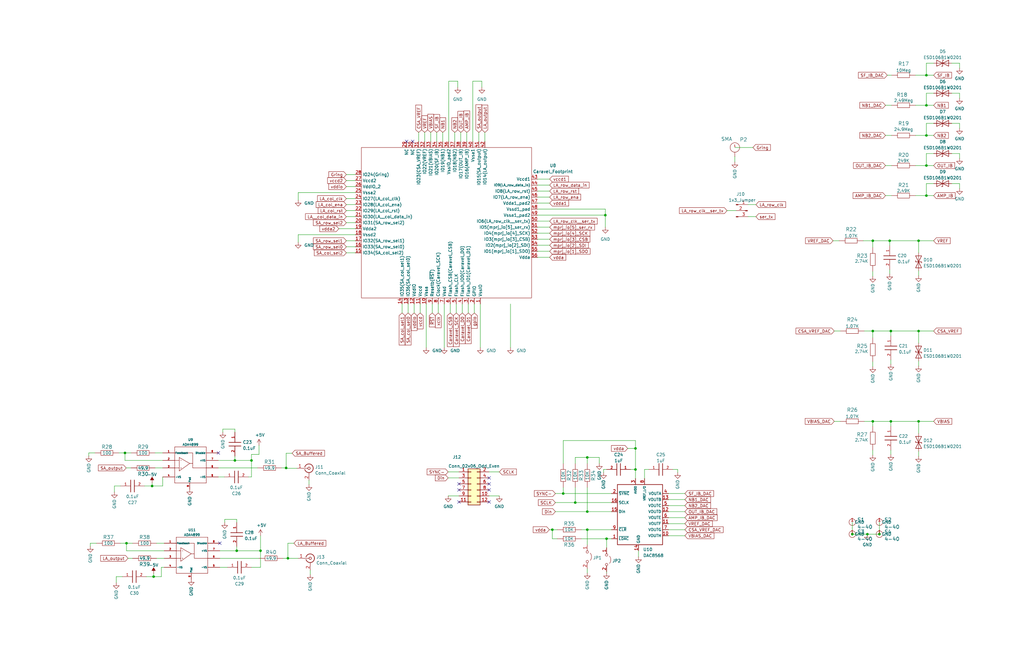
<source format=kicad_sch>
(kicad_sch (version 20230121) (generator eeschema)
  (paper "B")
  (title_block (date "2023-02-15"))
  (junction (at 390.652 69.85))
  (junction (at 267.97 198.12))
  (junction (at 390.652 44.45))
  (junction (at 52.705 191.135))
  (junction (at 106.045 194.31))
  (junction (at 120.65 197.485))
  (junction (at 375.666 177.8))
  (junction (at 390.652 82.55))
  (junction (at 368.046 101.6))
  (junction (at 359.41 225.425))
  (junction (at 267.97 189.23))
  (junction (at 242.57 212.09))
  (junction (at 64.135 205.105))
  (junction (at 368.046 177.8))
  (junction (at 368.046 139.7))
  (junction (at 390.652 31.75))
  (junction (at 387.35 139.7))
  (junction (at 99.06 194.31))
  (junction (at 365.76 225.425))
  (junction (at 121.412 235.585))
  (junction (at 64.77 243.332))
  (junction (at 237.49 208.28))
  (junction (at 255.27 90.805))
  (junction (at 53.34 229.235))
  (junction (at 375.158 101.6))
  (junction (at 387.35 177.8))
  (junction (at 247.65 223.52))
  (junction (at 99.822 232.41))
  (junction (at 109.855 232.41))
  (junction (at 387.35 101.6))
  (junction (at 232.918 223.52))
  (junction (at 375.666 139.7))
  (junction (at 247.65 193.04))
  (junction (at 390.652 57.15))
  (junction (at 247.65 215.9))
  (junction (at 370.84 225.425))
  (junction (at 255.778 227.33))
  (no_connect (at 92.075 191.135))
  (no_connect (at 92.71 229.235))
  (no_connect (at 171.45 59.69))
  (no_connect (at 206.248 211.836))
  (no_connect (at 193.548 211.836))
  (no_connect (at 173.99 59.69))
  (no_connect (at 193.548 206.756))
  (no_connect (at 193.548 204.216))
  (no_connect (at 206.248 201.676))
  (no_connect (at 206.248 204.216))
  (no_connect (at 206.248 206.756))
  (wire (pts (xy 118.745 197.485) (xy 120.65 197.485)))
  (wire (pts (xy 37.465 192.405) (xy 37.465 191.135)))
  (wire (pts (xy 64.77 242.062) (xy 64.77 243.332)))
  (wire (pts (xy 285.75 198.12) (xy 283.718 198.12)))
  (wire (pts (xy 375.666 177.8) (xy 375.666 179.832)))
  (wire (pts (xy 404.622 77.47) (xy 401.32 77.47)))
  (wire (pts (xy 390.652 31.75) (xy 393.7 31.75)))
  (wire (pts (xy 245.11 227.33) (xy 255.778 227.33)))
  (wire (pts (xy 53.975 235.585) (xy 55.88 235.585)))
  (wire (pts (xy 194.945 128.27) (xy 194.945 132.08)))
  (wire (pts (xy 106.045 194.31) (xy 106.045 201.295)))
  (wire (pts (xy 242.57 193.04) (xy 242.57 195.58)))
  (wire (pts (xy 390.652 26.67) (xy 390.652 31.75)))
  (wire (pts (xy 252.73 193.04) (xy 247.65 193.04)))
  (wire (pts (xy 146.05 93.98) (xy 149.86 93.98)))
  (wire (pts (xy 264.668 189.23) (xy 267.97 189.23)))
  (wire (pts (xy 309.88 62.23) (xy 317.5 62.23)))
  (wire (pts (xy 226.695 88.265) (xy 255.27 88.265)))
  (wire (pts (xy 106.045 239.395) (xy 109.855 239.395)))
  (wire (pts (xy 182.245 128.27) (xy 182.245 132.08)))
  (wire (pts (xy 189.865 128.27) (xy 189.865 132.08)))
  (wire (pts (xy 172.085 132.08) (xy 172.085 128.27)))
  (wire (pts (xy 404.622 26.67) (xy 401.32 26.67)))
  (wire (pts (xy 146.05 78.74) (xy 149.86 78.74)))
  (wire (pts (xy 375.666 139.7) (xy 375.666 141.732)))
  (wire (pts (xy 226.695 90.805) (xy 255.27 90.805)))
  (wire (pts (xy 52.705 194.31) (xy 68.58 194.31)))
  (wire (pts (xy 226.695 95.885) (xy 231.775 95.885)))
  (wire (pts (xy 404.622 28.702) (xy 404.622 26.67)))
  (wire (pts (xy 65.405 197.485) (xy 68.58 197.485)))
  (wire (pts (xy 109.855 232.41) (xy 109.855 239.395)))
  (wire (pts (xy 194.31 55.88) (xy 194.31 59.69)))
  (wire (pts (xy 375.158 113.792) (xy 375.158 115.57)))
  (wire (pts (xy 64.135 203.835) (xy 64.135 205.105)))
  (wire (pts (xy 49.022 243.332) (xy 51.562 243.332)))
  (wire (pts (xy 404.622 41.402) (xy 404.622 39.37)))
  (wire (pts (xy 106.045 201.295) (xy 104.775 201.295)))
  (wire (pts (xy 368.046 152.654) (xy 368.046 154.686)))
  (wire (pts (xy 234.188 208.28) (xy 237.49 208.28)))
  (wire (pts (xy 201.93 55.88) (xy 201.93 59.69)))
  (wire (pts (xy 387.35 190.5) (xy 387.35 192.532)))
  (wire (pts (xy 184.15 55.88) (xy 184.15 59.69)))
  (wire (pts (xy 387.35 177.8) (xy 387.35 182.88)))
  (wire (pts (xy 146.05 104.14) (xy 149.86 104.14)))
  (wire (pts (xy 192.405 128.27) (xy 192.405 132.08)))
  (wire (pts (xy 245.11 223.52) (xy 247.65 223.52)))
  (wire (pts (xy 393.7 26.67) (xy 390.652 26.67)))
  (wire (pts (xy 386.08 44.45) (xy 390.652 44.45)))
  (wire (pts (xy 176.53 55.88) (xy 176.53 59.69)))
  (wire (pts (xy 247.65 193.04) (xy 247.65 195.58)))
  (wire (pts (xy 174.625 128.27) (xy 174.625 132.08)))
  (wire (pts (xy 237.49 208.28) (xy 257.81 208.28)))
  (wire (pts (xy 393.7 77.47) (xy 390.652 77.47)))
  (wire (pts (xy 65.405 191.135) (xy 68.58 191.135)))
  (wire (pts (xy 234.188 215.9) (xy 247.65 215.9)))
  (wire (pts (xy 368.046 179.832) (xy 368.046 177.8)))
  (wire (pts (xy 121.412 235.585) (xy 125.73 235.585)))
  (wire (pts (xy 267.97 185.928) (xy 267.97 189.23)))
  (wire (pts (xy 390.652 44.45) (xy 393.7 44.45)))
  (wire (pts (xy 390.652 52.07) (xy 390.652 57.15)))
  (wire (pts (xy 404.622 79.502) (xy 404.622 77.47)))
  (wire (pts (xy 351.79 139.7) (xy 354.33 139.7)))
  (wire (pts (xy 202.565 128.27) (xy 202.565 146.685)))
  (wire (pts (xy 146.05 88.9) (xy 149.86 88.9)))
  (wire (pts (xy 106.045 191.77) (xy 109.22 191.77)))
  (wire (pts (xy 146.05 73.66) (xy 149.86 73.66)))
  (wire (pts (xy 269.24 232.41) (xy 269.24 234.95)))
  (wire (pts (xy 281.94 226.06) (xy 288.798 226.06)))
  (wire (pts (xy 226.695 85.725) (xy 231.775 85.725)))
  (wire (pts (xy 404.622 52.07) (xy 401.32 52.07)))
  (wire (pts (xy 247.65 223.52) (xy 247.65 229.87)))
  (wire (pts (xy 255.778 241.3) (xy 255.778 241.808)))
  (wire (pts (xy 387.35 101.6) (xy 387.35 106.68)))
  (wire (pts (xy 375.666 139.7) (xy 387.35 139.7)))
  (wire (pts (xy 315.468 91.44) (xy 318.77 91.44)))
  (wire (pts (xy 130.81 240.665) (xy 130.81 242.443)))
  (wire (pts (xy 38.1 230.505) (xy 38.1 229.235)))
  (wire (pts (xy 363.982 101.6) (xy 368.046 101.6)))
  (wire (pts (xy 271.78 201.93) (xy 271.78 198.12)))
  (wire (pts (xy 281.94 218.44) (xy 288.798 218.44)))
  (wire (pts (xy 390.652 57.15) (xy 393.7 57.15)))
  (wire (pts (xy 234.95 227.33) (xy 232.918 227.33)))
  (wire (pts (xy 247.65 193.04) (xy 242.57 193.04)))
  (wire (pts (xy 237.49 185.928) (xy 237.49 195.58)))
  (wire (pts (xy 393.7 64.77) (xy 390.652 64.77)))
  (wire (pts (xy 68.072 239.395) (xy 69.215 239.395)))
  (wire (pts (xy 386.08 82.55) (xy 390.652 82.55)))
  (wire (pts (xy 375.158 101.6) (xy 387.35 101.6)))
  (wire (pts (xy 386.08 57.15) (xy 390.652 57.15)))
  (wire (pts (xy 146.05 101.6) (xy 149.86 101.6)))
  (wire (pts (xy 92.075 197.485) (xy 108.585 197.485)))
  (wire (pts (xy 404.622 39.37) (xy 401.32 39.37)))
  (wire (pts (xy 120.65 197.612) (xy 125.222 197.612)))
  (wire (pts (xy 203.2 34.29) (xy 203.2 36.83)))
  (wire (pts (xy 306.578 88.9) (xy 310.388 88.9)))
  (wire (pts (xy 169.545 132.08) (xy 169.545 128.27)))
  (wire (pts (xy 149.86 76.2) (xy 146.05 76.2)))
  (wire (pts (xy 106.045 191.77) (xy 106.045 194.31)))
  (wire (pts (xy 390.652 64.77) (xy 390.652 69.85)))
  (wire (pts (xy 125.73 81.28) (xy 149.86 81.28)))
  (wire (pts (xy 404.622 66.802) (xy 404.622 64.77)))
  (wire (pts (xy 232.918 223.52) (xy 234.95 223.52)))
  (wire (pts (xy 373.38 44.45) (xy 375.92 44.45)))
  (wire (pts (xy 375.666 151.892) (xy 375.666 153.67)))
  (wire (pts (xy 215.265 128.27) (xy 215.265 146.685)))
  (wire (pts (xy 252.73 195.58) (xy 252.73 193.04)))
  (wire (pts (xy 242.57 205.74) (xy 242.57 212.09)))
  (wire (pts (xy 64.135 205.105) (xy 68.58 205.105)))
  (wire (pts (xy 66.04 229.235) (xy 69.215 229.235)))
  (wire (pts (xy 109.855 226.06) (xy 109.855 232.41)))
  (wire (pts (xy 281.94 220.98) (xy 288.798 220.98)))
  (wire (pts (xy 247.65 215.9) (xy 257.81 215.9)))
  (wire (pts (xy 226.695 75.565) (xy 231.775 75.565)))
  (wire (pts (xy 267.97 198.12) (xy 265.938 198.12)))
  (wire (pts (xy 120.65 197.485) (xy 120.65 197.612)))
  (wire (pts (xy 184.785 128.27) (xy 184.785 132.08)))
  (wire (pts (xy 123.952 229.235) (xy 121.412 229.235)))
  (wire (pts (xy 281.94 208.28) (xy 288.798 208.28)))
  (wire (pts (xy 375.158 101.6) (xy 375.158 103.632)))
  (wire (pts (xy 237.49 205.74) (xy 237.49 208.28)))
  (wire (pts (xy 368.046 139.7) (xy 375.666 139.7)))
  (wire (pts (xy 267.97 201.93) (xy 267.97 198.12)))
  (wire (pts (xy 373.38 82.55) (xy 375.92 82.55)))
  (wire (pts (xy 255.27 90.805) (xy 255.27 95.885)))
  (wire (pts (xy 146.05 106.68) (xy 149.86 106.68)))
  (wire (pts (xy 232.918 227.33) (xy 232.918 223.52)))
  (wire (pts (xy 386.08 31.75) (xy 390.652 31.75)))
  (wire (pts (xy 254.508 198.12) (xy 255.778 198.12)))
  (wire (pts (xy 109.22 187.96) (xy 109.22 191.77)))
  (wire (pts (xy 179.705 128.27) (xy 179.705 146.685)))
  (wire (pts (xy 231.648 223.52) (xy 232.918 223.52)))
  (wire (pts (xy 375.666 189.992) (xy 375.666 191.77)))
  (wire (pts (xy 247.65 240.03) (xy 247.65 241.808)))
  (wire (pts (xy 48.26 205.105) (xy 50.8 205.105)))
  (wire (pts (xy 99.822 232.41) (xy 109.855 232.41)))
  (wire (pts (xy 50.8 229.235) (xy 53.34 229.235)))
  (wire (pts (xy 255.778 231.14) (xy 255.778 227.33)))
  (wire (pts (xy 226.695 83.185) (xy 231.775 83.185)))
  (wire (pts (xy 390.652 77.47) (xy 390.652 82.55)))
  (wire (pts (xy 226.695 108.585) (xy 231.775 108.585)))
  (wire (pts (xy 94.742 220.472) (xy 94.742 219.202)))
  (wire (pts (xy 226.695 98.425) (xy 231.775 98.425)))
  (wire (pts (xy 257.81 223.52) (xy 247.65 223.52)))
  (wire (pts (xy 187.325 128.27) (xy 187.325 146.685)))
  (wire (pts (xy 142.875 96.52) (xy 149.86 96.52)))
  (wire (pts (xy 52.705 191.135) (xy 52.705 194.31)))
  (wire (pts (xy 177.165 128.27) (xy 177.165 132.08)))
  (wire (pts (xy 255.778 227.33) (xy 257.81 227.33)))
  (wire (pts (xy 387.35 152.4) (xy 387.35 154.432)))
  (wire (pts (xy 123.19 191.262) (xy 120.65 191.262)))
  (wire (pts (xy 281.94 223.52) (xy 288.798 223.52)))
  (wire (pts (xy 200.025 128.27) (xy 200.025 132.08)))
  (wire (pts (xy 226.695 103.505) (xy 231.775 103.505)))
  (wire (pts (xy 226.695 93.345) (xy 231.775 93.345)))
  (wire (pts (xy 390.652 39.37) (xy 390.652 44.45)))
  (wire (pts (xy 37.465 191.135) (xy 40.005 191.135)))
  (wire (pts (xy 393.7 39.37) (xy 390.652 39.37)))
  (wire (pts (xy 99.06 194.31) (xy 106.045 194.31)))
  (wire (pts (xy 197.485 128.27) (xy 197.485 132.08)))
  (wire (pts (xy 92.71 235.585) (xy 109.22 235.585)))
  (wire (pts (xy 61.722 243.332) (xy 64.77 243.332)))
  (wire (pts (xy 387.35 114.3) (xy 387.35 116.332)))
  (wire (pts (xy 188.976 201.676) (xy 193.548 201.676)))
  (wire (pts (xy 374.142 31.75) (xy 375.92 31.75)))
  (wire (pts (xy 92.71 239.395) (xy 95.885 239.395)))
  (wire (pts (xy 189.23 34.29) (xy 193.04 34.29)))
  (wire (pts (xy 393.7 52.07) (xy 390.652 52.07)))
  (wire (pts (xy 92.075 201.295) (xy 94.615 201.295)))
  (wire (pts (xy 226.695 78.105) (xy 231.775 78.105)))
  (wire (pts (xy 364.49 139.7) (xy 368.046 139.7)))
  (wire (pts (xy 179.07 55.88) (xy 179.07 59.69)))
  (wire (pts (xy 309.88 66.04) (xy 309.88 68.326)))
  (wire (pts (xy 193.04 34.29) (xy 193.04 36.83)))
  (wire (pts (xy 386.08 69.85) (xy 390.652 69.85)))
  (wire (pts (xy 93.98 181.102) (xy 99.06 181.102)))
  (wire (pts (xy 125.73 84.455) (xy 125.73 81.28)))
  (wire (pts (xy 404.622 64.77) (xy 401.32 64.77)))
  (wire (pts (xy 267.97 189.23) (xy 267.97 198.12)))
  (wire (pts (xy 49.022 243.332) (xy 49.022 245.872)))
  (wire (pts (xy 50.165 191.135) (xy 52.705 191.135)))
  (wire (pts (xy 364.49 177.8) (xy 368.046 177.8)))
  (wire (pts (xy 119.38 235.585) (xy 121.412 235.585)))
  (wire (pts (xy 368.046 114.554) (xy 368.046 116.586)))
  (wire (pts (xy 370.84 225.425) (xy 370.84 220.345)))
  (wire (pts (xy 404.622 54.102) (xy 404.622 52.07)))
  (wire (pts (xy 99.06 192.532) (xy 99.06 194.31)))
  (wire (pts (xy 99.822 230.632) (xy 99.822 232.41)))
  (wire (pts (xy 368.046 101.6) (xy 375.158 101.6)))
  (wire (pts (xy 92.075 194.31) (xy 99.06 194.31)))
  (wire (pts (xy 359.41 225.425) (xy 365.76 225.425)))
  (wire (pts (xy 390.652 82.55) (xy 393.7 82.55)))
  (wire (pts (xy 146.05 86.36) (xy 149.86 86.36)))
  (wire (pts (xy 351.79 177.8) (xy 354.33 177.8)))
  (wire (pts (xy 146.05 83.82) (xy 149.86 83.82)))
  (wire (pts (xy 125.73 102.235) (xy 125.73 99.06)))
  (wire (pts (xy 365.76 225.425) (xy 370.84 225.425)))
  (wire (pts (xy 242.57 212.09) (xy 257.81 212.09)))
  (wire (pts (xy 68.072 243.332) (xy 68.072 239.395)))
  (wire (pts (xy 99.06 181.102) (xy 99.06 182.372)))
  (wire (pts (xy 188.976 199.136) (xy 193.548 199.136)))
  (wire (pts (xy 373.38 57.15) (xy 375.92 57.15)))
  (wire (pts (xy 191.77 55.88) (xy 191.77 59.69)))
  (wire (pts (xy 94.742 219.202) (xy 99.822 219.202)))
  (wire (pts (xy 199.39 34.29) (xy 199.39 59.69)))
  (wire (pts (xy 181.61 55.88) (xy 181.61 59.69)))
  (wire (pts (xy 189.23 34.29) (xy 189.23 59.69)))
  (wire (pts (xy 368.046 139.7) (xy 368.046 142.494)))
  (wire (pts (xy 121.412 229.235) (xy 121.412 235.585)))
  (wire (pts (xy 368.046 177.8) (xy 375.666 177.8)))
  (wire (pts (xy 188.976 209.296) (xy 193.548 209.296)))
  (wire (pts (xy 204.47 55.88) (xy 204.47 59.69)))
  (wire (pts (xy 68.58 205.105) (xy 68.58 201.295)))
  (wire (pts (xy 125.73 99.06) (xy 149.86 99.06)))
  (wire (pts (xy 247.65 205.74) (xy 247.65 215.9)))
  (wire (pts (xy 237.49 185.928) (xy 267.97 185.928)))
  (wire (pts (xy 226.695 80.645) (xy 231.775 80.645)))
  (wire (pts (xy 387.35 101.6) (xy 393.7 101.6)))
  (wire (pts (xy 255.27 88.265) (xy 255.27 90.805)))
  (wire (pts (xy 53.213 197.485) (xy 55.245 197.485)))
  (wire (pts (xy 64.77 243.332) (xy 68.072 243.332)))
  (wire (pts (xy 254.508 198.12) (xy 254.508 199.39)))
  (wire (pts (xy 387.35 139.7) (xy 393.7 139.7)))
  (wire (pts (xy 48.26 205.105) (xy 48.26 207.645)))
  (wire (pts (xy 99.822 219.202) (xy 99.822 220.472)))
  (wire (pts (xy 52.705 191.135) (xy 55.245 191.135)))
  (wire (pts (xy 359.41 220.345) (xy 359.41 225.425)))
  (wire (pts (xy 146.05 91.44) (xy 149.86 91.44)))
  (wire (pts (xy 271.78 198.12) (xy 273.558 198.12)))
  (wire (pts (xy 196.85 55.88) (xy 196.85 59.69)))
  (wire (pts (xy 368.046 101.6) (xy 368.046 104.394)))
  (wire (pts (xy 315.468 86.36) (xy 318.77 86.36)))
  (wire (pts (xy 93.98 182.372) (xy 93.98 181.102)))
  (wire (pts (xy 281.94 215.9) (xy 288.798 215.9)))
  (wire (pts (xy 206.248 199.136) (xy 210.566 199.136)))
  (wire (pts (xy 206.248 209.296) (xy 210.566 209.296)))
  (wire (pts (xy 281.94 210.82) (xy 288.798 210.82)))
  (wire (pts (xy 60.96 205.105) (xy 64.135 205.105)))
  (wire (pts (xy 368.046 189.992) (xy 368.046 192.024)))
  (wire (pts (xy 92.71 232.41) (xy 99.822 232.41)))
  (wire (pts (xy 130.302 202.692) (xy 130.302 204.47)))
  (wire (pts (xy 120.65 191.262) (xy 120.65 197.485)))
  (wire (pts (xy 226.695 106.045) (xy 231.775 106.045)))
  (wire (pts (xy 66.04 235.585) (xy 69.215 235.585)))
  (wire (pts (xy 53.34 229.235) (xy 53.34 232.41)))
  (wire (pts (xy 281.94 213.36) (xy 288.798 213.36)))
  (wire (pts (xy 285.75 199.39) (xy 285.75 198.12)))
  (wire (pts (xy 186.69 55.88) (xy 186.69 59.69)))
  (wire (pts (xy 373.38 69.85) (xy 375.92 69.85)))
  (wire (pts (xy 226.695 100.965) (xy 231.775 100.965)))
  (wire (pts (xy 38.1 229.235) (xy 40.64 229.235)))
  (wire (pts (xy 234.188 212.09) (xy 242.57 212.09)))
  (wire (pts (xy 53.34 232.41) (xy 69.215 232.41)))
  (wire (pts (xy 387.35 139.7) (xy 387.35 144.78)))
  (wire (pts (xy 351.282 101.6) (xy 353.822 101.6)))
  (wire (pts (xy 387.35 177.8) (xy 393.7 177.8)))
  (wire (pts (xy 53.34 229.235) (xy 55.88 229.235)))
  (wire (pts (xy 390.652 69.85) (xy 393.7 69.85)))
  (wire (pts (xy 199.39 34.29) (xy 203.2 34.29)))
  (wire (pts (xy 375.666 177.8) (xy 387.35 177.8)))
  (global_label "VBIAS_DAC" (shape input) (at 288.798 226.06 0) (property "Intersheetrefs" "${INTERSHEET_REFS}" (effects hide)))
  (global_label "ser_tx" (shape input) (at 318.77 91.44 0) (property "Intersheetrefs" "${INTERSHEET_REFS}" (effects hide)))
  (global_label "SCLK" (shape input) (at 234.188 212.09 180) (property "Intersheetrefs" "${INTERSHEET_REFS}" (effects hide)))
  (global_label "AMP_IB" (shape input) (at 393.7 82.55 0) (property "Intersheetrefs" "${INTERSHEET_REFS}" (effects hide)))
  (global_label "AMP_IB" (shape input) (at 196.85 55.88 90) (property "Intersheetrefs" "${INTERSHEET_REFS}" (effects hide)))
  (global_label "LA__col_data_in" (shape input) (at 146.05 91.44 180) (property "Intersheetrefs" "${INTERSHEET_REFS}" (effects hide)))
  (global_label "LA_output" (shape input) (at 204.47 55.88 90) (property "Intersheetrefs" "${INTERSHEET_REFS}" (effects hide)))
  (global_label "mprj_io[3]_CSB" (shape input) (at 231.775 100.965 0) (property "Intersheetrefs" "${INTERSHEET_REFS}" (effects hide)))
  (global_label "~{RST}" (shape input) (at 182.245 132.08 270) (property "Intersheetrefs" "${INTERSHEET_REFS}" (effects hide)))
  (global_label "SF_IB" (shape input) (at 184.15 55.88 90) (property "Intersheetrefs" "${INTERSHEET_REFS}" (effects hide)))
  (global_label "SA_col_sel0" (shape input) (at 172.085 132.08 270) (property "Intersheetrefs" "${INTERSHEET_REFS}" (effects hide)))
  (global_label "SYNC-" (shape input) (at 188.976 199.136 180) (property "Intersheetrefs" "${INTERSHEET_REFS}" (effects hide)))
  (global_label "vccd1" (shape input) (at 231.775 75.565 0) (property "Intersheetrefs" "${INTERSHEET_REFS}" (effects hide)))
  (global_label "vdda" (shape input) (at 231.775 108.585 0) (property "Intersheetrefs" "${INTERSHEET_REFS}" (effects hide)))
  (global_label "xclk" (shape input) (at 184.785 132.08 270) (property "Intersheetrefs" "${INTERSHEET_REFS}" (effects hide)))
  (global_label "CSA_VREF_DAC" (shape input) (at 351.79 139.7 180) (property "Intersheetrefs" "${INTERSHEET_REFS}" (effects hide)))
  (global_label "VBIAS" (shape input) (at 393.7 177.8 0) (property "Intersheetrefs" "${INTERSHEET_REFS}" (effects hide)))
  (global_label "VREF_DAC" (shape input) (at 351.282 101.6 180) (property "Intersheetrefs" "${INTERSHEET_REFS}" (effects hide)))
  (global_label "AMP_IB_DAC" (shape input) (at 373.38 82.55 180) (property "Intersheetrefs" "${INTERSHEET_REFS}" (effects hide)))
  (global_label "SF_IB" (shape input) (at 393.7 31.75 0) (property "Intersheetrefs" "${INTERSHEET_REFS}" (effects hide)))
  (global_label "SF_IB_DAC" (shape input) (at 288.798 208.28 0) (property "Intersheetrefs" "${INTERSHEET_REFS}" (effects hide)))
  (global_label "vccd" (shape input) (at 177.165 132.08 270) (property "Intersheetrefs" "${INTERSHEET_REFS}" (effects hide)))
  (global_label "LA_row_clk__ser_tx" (shape input) (at 231.775 93.345 0) (property "Intersheetrefs" "${INTERSHEET_REFS}" (effects hide)))
  (global_label "mprj_io[4]_SCK" (shape input) (at 231.775 98.425 0) (property "Intersheetrefs" "${INTERSHEET_REFS}" (effects hide)))
  (global_label "VBIAS_DAC" (shape input) (at 351.79 177.8 180) (property "Intersheetrefs" "${INTERSHEET_REFS}" (effects hide)))
  (global_label "VBIAS" (shape input) (at 181.61 55.88 90) (property "Intersheetrefs" "${INTERSHEET_REFS}" (effects hide)))
  (global_label "LA_col_rst" (shape input) (at 146.05 88.9 180) (property "Intersheetrefs" "${INTERSHEET_REFS}" (effects hide)))
  (global_label "SA_row_sel1" (shape input) (at 146.05 101.6 180) (property "Intersheetrefs" "${INTERSHEET_REFS}" (effects hide)))
  (global_label "NB2_DAC" (shape input) (at 288.798 213.36 0) (property "Intersheetrefs" "${INTERSHEET_REFS}" (effects hide)))
  (global_label "SA_output" (shape input) (at 201.93 55.88 90) (property "Intersheetrefs" "${INTERSHEET_REFS}" (effects hide)))
  (global_label "LA_Buffered" (shape input) (at 123.952 229.235 0) (property "Intersheetrefs" "${INTERSHEET_REFS}" (effects hide)))
  (global_label "NB2_DAC" (shape input) (at 373.38 57.15 180) (property "Intersheetrefs" "${INTERSHEET_REFS}" (effects hide)))
  (global_label "LA_col_ena" (shape input) (at 146.05 86.36 180) (property "Intersheetrefs" "${INTERSHEET_REFS}" (effects hide)))
  (global_label "LA_row_clk" (shape input) (at 318.77 86.36 0) (property "Intersheetrefs" "${INTERSHEET_REFS}" (effects hide)))
  (global_label "NB1_DAC" (shape input) (at 288.798 210.82 0) (property "Intersheetrefs" "${INTERSHEET_REFS}" (effects hide)))
  (global_label "SF_IB_DAC" (shape input) (at 374.142 31.75 180) (property "Intersheetrefs" "${INTERSHEET_REFS}" (effects hide)))
  (global_label "NB2" (shape input) (at 393.7 57.15 0) (property "Intersheetrefs" "${INTERSHEET_REFS}" (effects hide)))
  (global_label "AMP_IB_DAC" (shape input) (at 288.798 218.44 0) (property "Intersheetrefs" "${INTERSHEET_REFS}" (effects hide)))
  (global_label "CSA_VREF" (shape input) (at 176.53 55.88 90) (property "Intersheetrefs" "${INTERSHEET_REFS}" (effects hide)))
  (global_label "mprj_io[5]_ser_rx" (shape input) (at 231.775 95.885 0) (property "Intersheetrefs" "${INTERSHEET_REFS}" (effects hide)))
  (global_label "CSA_VREF_DAC" (shape input) (at 288.798 223.52 0) (property "Intersheetrefs" "${INTERSHEET_REFS}" (effects hide)))
  (global_label "SA_row_sel2" (shape input) (at 146.05 93.98 180) (property "Intersheetrefs" "${INTERSHEET_REFS}" (effects hide)))
  (global_label "Caravel_SCK" (shape input) (at 192.405 132.08 270) (property "Intersheetrefs" "${INTERSHEET_REFS}" (effects hide)))
  (global_label "vdda" (shape input) (at 231.648 223.52 180) (property "Intersheetrefs" "${INTERSHEET_REFS}" (effects hide)))
  (global_label "mprj_io[2]_SDI" (shape input) (at 231.775 103.505 0) (property "Intersheetrefs" "${INTERSHEET_REFS}" (effects hide)))
  (global_label "VREF_DAC" (shape input) (at 288.798 220.98 0) (property "Intersheetrefs" "${INTERSHEET_REFS}" (effects hide)))
  (global_label "LA_col_clk" (shape input) (at 146.05 83.82 180) (property "Intersheetrefs" "${INTERSHEET_REFS}" (effects hide)))
  (global_label "vddio" (shape input) (at 146.05 78.74 180) (property "Intersheetrefs" "${INTERSHEET_REFS}" (effects hide)))
  (global_label "SYNC-" (shape input) (at 234.188 208.28 180) (property "Intersheetrefs" "${INTERSHEET_REFS}" (effects hide)))
  (global_label "Din" (shape input) (at 188.976 201.676 180) (property "Intersheetrefs" "${INTERSHEET_REFS}" (effects hide)))
  (global_label "vdda1" (shape input) (at 231.775 85.725 0) (property "Intersheetrefs" "${INTERSHEET_REFS}" (effects hide)))
  (global_label "Caravel_CSB" (shape input) (at 189.865 132.08 270) (property "Intersheetrefs" "${INTERSHEET_REFS}" (effects hide)))
  (global_label "VREF" (shape input) (at 393.7 101.6 0) (property "Intersheetrefs" "${INTERSHEET_REFS}" (effects hide)))
  (global_label "Gring" (shape input) (at 317.5 62.23 0) (property "Intersheetrefs" "${INTERSHEET_REFS}" (effects hide)))
  (global_label "SA_Buffered" (shape input) (at 123.19 191.262 0) (property "Intersheetrefs" "${INTERSHEET_REFS}" (effects hide)))
  (global_label "Caravel_D0" (shape input) (at 194.945 132.08 270) (property "Intersheetrefs" "${INTERSHEET_REFS}" (effects hide)))
  (global_label "mprj_io[1]_SDO" (shape input) (at 231.775 106.045 0) (property "Intersheetrefs" "${INTERSHEET_REFS}" (effects hide)))
  (global_label "Caravel_D1" (shape input) (at 197.485 132.08 270) (property "Intersheetrefs" "${INTERSHEET_REFS}" (effects hide)))
  (global_label "vddio" (shape input) (at 174.625 132.08 270) (property "Intersheetrefs" "${INTERSHEET_REFS}" (effects hide)))
  (global_label "NB1" (shape input) (at 393.7 44.45 0) (property "Intersheetrefs" "${INTERSHEET_REFS}" (effects hide)))
  (global_label "vccd2" (shape input) (at 146.05 76.2 180) (property "Intersheetrefs" "${INTERSHEET_REFS}" (effects hide)))
  (global_label "LA_row_rst" (shape input) (at 231.775 80.645 0) (property "Intersheetrefs" "${INTERSHEET_REFS}" (effects hide)))
  (global_label "LA_row_ena" (shape input) (at 231.775 83.185 0) (property "Intersheetrefs" "${INTERSHEET_REFS}" (effects hide)))
  (global_label "SA_output" (shape input) (at 53.213 197.485 180) (property "Intersheetrefs" "${INTERSHEET_REFS}" (effects hide)))
  (global_label "vdda2" (shape input) (at 142.875 96.52 180) (property "Intersheetrefs" "${INTERSHEET_REFS}" (effects hide)))
  (global_label "NB2" (shape input) (at 191.77 55.88 90) (property "Intersheetrefs" "${INTERSHEET_REFS}" (effects hide)))
  (global_label "NB1" (shape input) (at 186.69 55.88 90) (property "Intersheetrefs" "${INTERSHEET_REFS}" (effects hide)))
  (global_label "gpio" (shape input) (at 200.025 132.08 270) (property "Intersheetrefs" "${INTERSHEET_REFS}" (effects hide)))
  (global_label "OUT_IB" (shape input) (at 393.7 69.85 0) (property "Intersheetrefs" "${INTERSHEET_REFS}" (effects hide)))
  (global_label "OUT_IB_DAC" (shape input) (at 288.798 215.9 0) (property "Intersheetrefs" "${INTERSHEET_REFS}" (effects hide)))
  (global_label "Gring" (shape input) (at 146.05 73.66 180) (property "Intersheetrefs" "${INTERSHEET_REFS}" (effects hide)))
  (global_label "Din" (shape input) (at 234.188 215.9 180) (property "Intersheetrefs" "${INTERSHEET_REFS}" (effects hide)))
  (global_label "SA_col_sel1" (shape input) (at 169.545 132.08 270) (property "Intersheetrefs" "${INTERSHEET_REFS}" (effects hide)))
  (global_label "SCLK" (shape input) (at 210.566 199.136 0) (property "Intersheetrefs" "${INTERSHEET_REFS}" (effects hide)))
  (global_label "LA_row_clk__ser_tx" (shape input) (at 306.578 88.9 180) (property "Intersheetrefs" "${INTERSHEET_REFS}" (effects hide)))
  (global_label "OUT_IB" (shape input) (at 194.31 55.88 90) (property "Intersheetrefs" "${INTERSHEET_REFS}" (effects hide)))
  (global_label "NB1_DAC" (shape input) (at 373.38 44.45 180) (property "Intersheetrefs" "${INTERSHEET_REFS}" (effects hide)))
  (global_label "CSA_VREF" (shape input) (at 393.7 139.7 0) (property "Intersheetrefs" "${INTERSHEET_REFS}" (effects hide)))
  (global_label "vdda" (shape input) (at 264.668 189.23 180) (property "Intersheetrefs" "${INTERSHEET_REFS}" (effects hide)))
  (global_label "OUT_IB_DAC" (shape input) (at 373.38 69.85 180) (property "Intersheetrefs" "${INTERSHEET_REFS}" (effects hide)))
  (global_label "VREF" (shape input) (at 179.07 55.88 90) (property "Intersheetrefs" "${INTERSHEET_REFS}" (effects hide)))
  (global_label "LA_output" (shape input) (at 53.975 235.585 180) (property "Intersheetrefs" "${INTERSHEET_REFS}" (effects hide)))
  (global_label "SA_col_sel2" (shape input) (at 146.05 106.68 180) (property "Intersheetrefs" "${INTERSHEET_REFS}" (effects hide)))
  (global_label "LA_row_data_in" (shape input) (at 231.775 78.105 0) (property "Intersheetrefs" "${INTERSHEET_REFS}" (effects hide)))
  (global_label "SA_row_sel0" (shape input) (at 146.05 104.14 180) (property "Intersheetrefs" "${INTERSHEET_REFS}" (effects hide)))
  (symbol (lib_id "Dave:R") (at 368.046 109.474 270) (unit 1)
    (property "Reference" "R23" (at 361.188 107.95 90) (effects (font (size 1.524 1.524)) (justify left)))
    (property "Value" "2.74K" (at 360.426 110.236 90) (effects (justify left)))
    (property "Footprint" "dave:SM0603" (effects hide))
  )
  (symbol (lib_id "power:-5V") (at 64.135 203.835 0) (unit 1)
    (property "Reference" "#PWR082" (effects hide))
    (property "Value" "-5V" (at 64.135 200.2592 0))
  )
  (symbol (lib_id "power:GND") (at 368.046 116.586 0) (unit 1)
    (property "Reference" "#PWR065" (effects hide))
    (property "Value" "GND" (at 368.046 121.666 90))
  )
  (symbol (lib_id "power:GND") (at 38.1 230.505 0) (unit 1)
    (property "Reference" "#PWR091" (effects hide))
    (property "Value" "GND" (at 38.1 235.585 90))
  )
  (symbol (lib_id "Diode:ESD9B3.3ST5G") (at 397.51 77.47 0) (unit 1)
    (property "Reference" "D9" (at 397.51 72.5256 0))
    (property "Value" "ESD106B1W0201" (at 397.51 75.0625 0))
    (property "Footprint" "Diode_SMD:D_SOD-923" (effects hide))
    (property "Datasheet" "https://www.onsemi.com/pub/Collateral/ESD9B-D.PDF" (effects hide))
  )
  (symbol (lib_id "Dave:R") (at 359.41 139.7 0) (unit 1)
    (property "Reference" "R24" (at 359.41 134.8831 0) (effects (font (size 1.524 1.524))))
    (property "Value" "1.07K" (at 359.41 137.6482 0))
    (property "Footprint" "dave:SM0603" (effects hide))
  )
  (symbol (lib_id "Dave:C") (at 375.666 146.812 0) (unit 1)
    (property "Reference" "C21" (at 378.968 145.9773 0) (effects (justify left)))
    (property "Value" "0.1uF" (at 378.968 148.5142 0) (effects (justify left)))
    (property "Footprint" "dave:SM0603" (effects hide))
  )
  (symbol (lib_id "power:GND") (at 80.645 244.475 0) (unit 1)
    (property "Reference" "#PWR097" (effects hide))
    (property "Value" "GND" (at 80.645 249.555 90))
  )
  (symbol (lib_id "Dave:R") (at 368.046 184.912 270) (unit 1)
    (property "Reference" "R27" (at 361.188 183.388 90) (effects (font (size 1.524 1.524)) (justify left)))
    (property "Value" "2.74K" (at 360.426 185.674 90) (effects (justify left)))
    (property "Footprint" "dave:SM0603" (effects hide))
  )
  (symbol (lib_id "power:GND") (at 130.302 204.47 0) (unit 1)
    (property "Reference" "#PWR083" (effects hide))
    (property "Value" "GND" (at 130.302 209.55 90))
  )
  (symbol (lib_id "Dave:R") (at 60.96 235.585 0) (unit 1)
    (property "Reference" "R39" (at 60.96 238.125 0) (effects (font (size 1.524 1.524))))
    (property "Value" "49.9" (at 60.96 235.585 0))
    (property "Footprint" "dave:SM0603" (effects hide))
  )
  (symbol (lib_id "power:GND") (at 255.778 241.808 0) (unit 1)
    (property "Reference" "#PWR094" (effects hide))
    (property "Value" "GND" (at 255.778 246.888 90))
  )
  (symbol (lib_id "Dave:C") (at 56.642 243.332 90) (mirror x) (unit 1)
    (property "Reference" "C30" (at 56.642 250.317 90))
    (property "Value" "0.1uF" (at 56.642 247.777 90))
    (property "Footprint" "dave:SM0603" (effects hide))
  )
  (symbol (lib_id "Connector:Conn_Coaxial") (at 130.302 197.612 0) (unit 1)
    (property "Reference" "J11" (at 132.842 197.0705 0) (effects (justify left)))
    (property "Value" "Conn_Coaxial" (at 132.842 199.6074 0) (effects (justify left)))
    (property "Footprint" "dave:SMA" (effects hide))
    (property "Datasheet" " ~" (effects hide))
  )
  (symbol (lib_id "Dave:R") (at 381 57.15 0) (unit 1)
    (property "Reference" "R19" (at 381 52.07 0) (effects (font (size 1.524 1.524))))
    (property "Value" "24.9Meg" (at 381 54.61 0))
    (property "Footprint" "dave:SM0603" (effects hide))
  )
  (symbol (lib_id "Dave:4-40_MOUNT") (at 359.41 225.425 0) (unit 1)
    (property "Reference" "S3" (at 361.442 224.4488 0) (effects (font (size 1.524 1.524)) (justify left)))
    (property "Value" "4-40" (at 361.442 227.4422 0) (effects (font (size 1.524 1.524)) (justify left)))
    (property "Footprint" "dave:4-40_Reduced" (effects hide))
  )
  (symbol (lib_id "Dave:C") (at 278.638 198.12 90) (unit 1)
    (property "Reference" "C25" (at 278.638 191.8802 90))
    (property "Value" "1uF" (at 278.638 194.4171 90))
    (property "Footprint" "dave:SM0603" (effects hide))
  )
  (symbol (lib_id "power:GND") (at 387.35 154.432 0) (unit 1)
    (property "Reference" "#PWR071" (effects hide))
    (property "Value" "GND" (at 387.35 159.512 90))
  )
  (symbol (lib_id "Dave:C") (at 260.858 198.12 270) (mirror x) (unit 1)
    (property "Reference" "C24" (at 260.858 191.8802 90))
    (property "Value" "1uF" (at 260.858 194.4171 90))
    (property "Footprint" "dave:SM0603" (effects hide))
  )
  (symbol (lib_id "power:GND") (at 368.046 192.024 0) (unit 1)
    (property "Reference" "#PWR076" (effects hide))
    (property "Value" "GND" (at 368.046 197.104 90))
  )
  (symbol (lib_id "Dave:SMA") (at 309.88 62.23 0) (unit 1)
    (property "Reference" "P2" (at 311.912 58.928 0) (effects (font (size 1.524 1.524)) (justify left)))
    (property "Value" "SMA" (at 304.038 58.674 0) (effects (font (size 1.524 1.524)) (justify left)))
    (property "Footprint" "dave:SMA" (effects hide))
  )
  (symbol (lib_id "power:GND") (at 210.566 209.296 0) (unit 1)
    (property "Reference" "#PWR087" (effects hide))
    (property "Value" "GND" (at 210.566 213.7394 0))
  )
  (symbol (lib_id "power:GND") (at 404.622 54.102 0) (unit 1)
    (property "Reference" "#PWR056" (effects hide))
    (property "Value" "GND" (at 404.622 58.5454 0))
  )
  (symbol (lib_id "power:GND") (at 269.24 234.95 0) (unit 1)
    (property "Reference" "#PWR092" (effects hide))
    (property "Value" "GND" (at 269.24 240.03 90))
  )
  (symbol (lib_id "Dave:R") (at 45.72 229.235 0) (unit 1)
    (property "Reference" "R37" (at 45.72 226.695 0) (effects (font (size 1.524 1.524))))
    (property "Value" "100" (at 45.72 229.235 0))
    (property "Footprint" "dave:SM0603" (effects hide))
  )
  (symbol (lib_id "power:GND") (at 404.622 79.502 0) (unit 1)
    (property "Reference" "#PWR059" (effects hide))
    (property "Value" "GND" (at 404.622 83.9454 0))
  )
  (symbol (lib_id "Dave:R") (at 237.49 200.66 270) (unit 1)
    (property "Reference" "R32" (at 240.03 200.66 0) (effects (font (size 1.524 1.524))))
    (property "Value" "10K" (at 237.49 200.66 0))
    (property "Footprint" "dave:SM0603" (effects hide))
  )
  (symbol (lib_id "Dave:4-40_MOUNT") (at 370.84 220.345 0) (unit 1)
    (property "Reference" "S2" (at 372.872 219.3688 0) (effects (font (size 1.524 1.524)) (justify left)))
    (property "Value" "4-40" (at 372.872 222.3622 0) (effects (font (size 1.524 1.524)) (justify left)))
    (property "Footprint" "dave:4-40_Reduced" (effects hide))
  )
  (symbol (lib_id "power:GND") (at 37.465 192.405 0) (unit 1)
    (property "Reference" "#PWR077" (effects hide))
    (property "Value" "GND" (at 37.465 197.485 90))
  )
  (symbol (lib_name "GND_1") (lib_id "power:GND") (at 179.705 146.685 0) (unit 1)
    (property "Reference" "#PWR066" (effects hide))
    (property "Value" "GND" (at 182.245 147.9549 0) (effects (justify left)))
  )
  (symbol (lib_id "Dave:R") (at 242.57 200.66 270) (unit 1)
    (property "Reference" "R33" (at 245.11 200.66 0) (effects (font (size 1.524 1.524))))
    (property "Value" "10K" (at 242.57 200.66 0))
    (property "Footprint" "dave:SM0603" (effects hide))
  )
  (symbol (lib_id "power:GND") (at 375.666 191.77 0) (unit 1)
    (property "Reference" "#PWR075" (effects hide))
    (property "Value" "GND" (at 375.666 196.85 90))
  )
  (symbol (lib_id "Diode:ESD9B3.3ST5G") (at 397.51 64.77 0) (unit 1)
    (property "Reference" "D8" (at 397.51 59.8256 0))
    (property "Value" "ESD106B1W0201" (at 397.51 62.3625 0))
    (property "Footprint" "Diode_SMD:D_SOD-923" (effects hide))
    (property "Datasheet" "https://www.onsemi.com/pub/Collateral/ESD9B-D.PDF" (effects hide))
  )
  (symbol (lib_id "Dave:4-40_MOUNT") (at 359.41 220.345 0) (unit 1)
    (property "Reference" "S1" (at 361.442 219.3688 0) (effects (font (size 1.524 1.524)) (justify left)))
    (property "Value" "4-40" (at 361.442 222.3622 0) (effects (font (size 1.524 1.524)) (justify left)))
    (property "Footprint" "dave:4-40_Reduced" (effects hide))
  )
  (symbol (lib_id "Dave:Caravel_Footprint") (at 80.01 85.09 0) (unit 1)
    (property "Reference" "U8" (at 233.1546 69.8585 0))
    (property "Value" "Caravel_Footprint" (at 233.1546 72.3954 0))
    (property "Footprint" "dave:Caravel_Carrier_Footprint" (effects hide))
  )
  (symbol (lib_id "Dave:R") (at 60.325 191.135 0) (unit 1)
    (property "Reference" "R29" (at 60.325 188.595 0) (effects (font (size 1.524 1.524))))
    (property "Value" "100" (at 60.325 191.135 0))
    (property "Footprint" "dave:SM0603" (effects hide))
  )
  (symbol (lib_id "Dave:R") (at 60.96 229.235 0) (unit 1)
    (property "Reference" "R38" (at 60.96 226.695 0) (effects (font (size 1.524 1.524))))
    (property "Value" "100" (at 60.96 229.235 0))
    (property "Footprint" "dave:SM0603" (effects hide))
  )
  (symbol (lib_id "power:GND") (at 130.81 242.443 0) (unit 1)
    (property "Reference" "#PWR096" (effects hide))
    (property "Value" "GND" (at 130.81 247.523 90))
  )
  (symbol (lib_id "power:GND") (at 254.508 199.39 0) (unit 1)
    (property "Reference" "#PWR080" (effects hide))
    (property "Value" "GND" (at 254.508 204.47 90))
  )
  (symbol (lib_id "power:GND") (at 404.622 66.802 0) (unit 1)
    (property "Reference" "#PWR057" (effects hide))
    (property "Value" "GND" (at 404.622 71.2454 0))
  )
  (symbol (lib_id "Dave:R") (at 359.41 177.8 0) (unit 1)
    (property "Reference" "R26" (at 359.41 172.9831 0) (effects (font (size 1.524 1.524))))
    (property "Value" "1.07K" (at 359.41 175.7482 0))
    (property "Footprint" "dave:SM0603" (effects hide))
  )
  (symbol (lib_id "power:GND") (at 285.75 199.39 0) (unit 1)
    (property "Reference" "#PWR081" (effects hide))
    (property "Value" "GND" (at 285.75 204.47 90))
  )
  (symbol (lib_id "Dave:C") (at 99.822 225.552 0) (unit 1)
    (property "Reference" "C28" (at 103.124 224.7173 0) (effects (justify left)))
    (property "Value" "0.1uF" (at 103.124 227.2542 0) (effects (justify left)))
    (property "Footprint" "dave:SM0603" (effects hide))
  )
  (symbol (lib_name "ADA4899_1") (lib_id "Dave:ADA4899") (at 80.645 237.49 0) (unit 1)
    (property "Reference" "U11" (at 80.9625 223.6336 0) (effects (font (size 1.016 1.016))))
    (property "Value" "ADA4899" (at 80.9625 225.714 0) (effects (font (size 1.016 1.016))))
    (property "Footprint" "dave:SO-8_EP" (effects hide))
  )
  (symbol (lib_id "power:GND") (at 387.35 192.532 0) (unit 1)
    (property "Reference" "#PWR078" (effects hide))
    (property "Value" "GND" (at 387.35 197.612 90))
  )
  (symbol (lib_id "power:GND") (at 368.046 154.686 0) (unit 1)
    (property "Reference" "#PWR072" (effects hide))
    (property "Value" "GND" (at 368.046 159.766 90))
  )
  (symbol (lib_id "Dave:R") (at 381 82.55 0) (unit 1)
    (property "Reference" "R21" (at 381 78.105 0) (effects (font (size 1.524 1.524))))
    (property "Value" "2.49K" (at 381 80.4982 0))
    (property "Footprint" "dave:SM0603" (effects hide))
  )
  (symbol (lib_id "power:GND") (at 252.73 195.58 0) (unit 1)
    (property "Reference" "#PWR079" (effects hide))
    (property "Value" "GND" (at 252.73 200.66 90))
  )
  (symbol (lib_id "Dave:R") (at 381 44.45 0) (unit 1)
    (property "Reference" "R18" (at 380.365 40.005 0) (effects (font (size 1.524 1.524))))
    (property "Value" "2.49Meg" (at 381 42.3982 0))
    (property "Footprint" "dave:SM0603" (effects hide))
  )
  (symbol (lib_id "Dave:4-40_MOUNT") (at 370.84 225.425 0) (unit 1)
    (property "Reference" "S4" (at 372.872 224.4488 0) (effects (font (size 1.524 1.524)) (justify left)))
    (property "Value" "4-40" (at 372.872 227.4422 0) (effects (font (size 1.524 1.524)) (justify left)))
    (property "Footprint" "dave:4-40_Reduced" (effects hide))
  )
  (symbol (lib_id "Dave:R") (at 381 69.85 0) (unit 1)
    (property "Reference" "R20" (at 381 65.405 0) (effects (font (size 1.524 1.524))))
    (property "Value" "249K" (at 381 67.7982 0))
    (property "Footprint" "dave:SM0603" (effects hide))
  )
  (symbol (lib_name "ADA4899_1") (lib_id "Dave:ADA4899") (at 80.01 199.39 0) (unit 1)
    (property "Reference" "U9" (at 80.3275 185.5336 0) (effects (font (size 1.016 1.016))))
    (property "Value" "ADA4899" (at 80.3275 187.614 0) (effects (font (size 1.016 1.016))))
    (property "Footprint" "dave:SO-8_EP" (effects hide))
  )
  (symbol (lib_name "GND_1") (lib_id "power:GND") (at 125.73 102.235 0) (unit 1)
    (property "Reference" "#PWR062" (effects hide))
    (property "Value" "GND" (at 128.27 103.5049 0) (effects (justify left)))
  )
  (symbol (lib_name "GND_1") (lib_id "power:GND") (at 203.2 36.83 0) (unit 1)
    (property "Reference" "#PWR054" (effects hide))
    (property "Value" "GND" (at 203.2 41.91 0))
  )
  (symbol (lib_id "Dave:R") (at 114.3 235.585 0) (unit 1)
    (property "Reference" "R40" (at 114.3 233.045 0) (effects (font (size 1.524 1.524))))
    (property "Value" "49.9" (at 114.3 235.585 0))
    (property "Footprint" "dave:SM0603" (effects hide))
  )
  (symbol (lib_id "Jumper:Jumper_2_Open") (at 255.778 236.22 270) (unit 1)
    (property "Reference" "JP2" (at 258.191 236.6538 90) (effects (justify left)))
    (property "Value" "Jumper_2_Open" (effects hide))
    (property "Footprint" "dave:SIL-2" (effects hide))
  )
  (symbol (lib_id "power:GND") (at 93.98 182.372 0) (unit 1)
    (property "Reference" "#PWR073" (effects hide))
    (property "Value" "GND" (at 93.98 187.452 90))
  )
  (symbol (lib_id "Diode:ESD9B3.3ST5G") (at 397.51 39.37 0) (unit 1)
    (property "Reference" "D6" (at 397.51 34.4256 0))
    (property "Value" "ESD106B1W0201" (at 397.51 36.9625 0))
    (property "Footprint" "Diode_SMD:D_SOD-923" (effects hide))
    (property "Datasheet" "https://www.onsemi.com/pub/Collateral/ESD9B-D.PDF" (effects hide))
  )
  (symbol (lib_id "Dave:C") (at 55.88 205.105 90) (mirror x) (unit 1)
    (property "Reference" "C27" (at 55.88 212.09 90))
    (property "Value" "0.1uF" (at 55.88 209.55 90))
    (property "Footprint" "dave:SM0603" (effects hide))
  )
  (symbol (lib_id "Dave:R") (at 358.902 101.6 0) (unit 1)
    (property "Reference" "R22" (at 358.902 96.7831 0) (effects (font (size 1.524 1.524))))
    (property "Value" "1.07K" (at 358.902 99.5482 0))
    (property "Footprint" "dave:SM0603" (effects hide))
  )
  (symbol (lib_id "Dave:R") (at 60.325 197.485 0) (unit 1)
    (property "Reference" "R30" (at 60.325 200.025 0) (effects (font (size 1.524 1.524))))
    (property "Value" "49.9" (at 60.325 197.485 0))
    (property "Footprint" "dave:SM0603" (effects hide))
  )
  (symbol (lib_id "Connector_Generic:Conn_02x06_Odd_Even") (at 198.628 204.216 0) (unit 1)
    (property "Reference" "J12" (at 192.659 192.8962 0))
    (property "Value" "Conn_02x06_Odd_Even" (at 199.898 196.7031 0))
    (property "Footprint" "Connector_PinHeader_2.54mm:PinHeader_2x06_P2.54mm_Horizontal" (effects hide))
  )
  (symbol (lib_name "GND_2") (lib_id "power:GND") (at 365.76 225.425 0) (unit 1)
    (property "Reference" "#PWR089" (effects hide))
    (property "Value" "GND" (at 365.76 229.8684 0))
  )
  (symbol (lib_id "power:GND") (at 94.742 220.472 0) (unit 1)
    (property "Reference" "#PWR088" (effects hide))
    (property "Value" "GND" (at 94.742 225.552 90))
  )
  (symbol (lib_id "power:+5V") (at 109.22 187.96 0) (unit 1)
    (property "Reference" "#PWR074" (effects hide))
    (property "Value" "+5V" (at 109.601 183.5658 0))
  )
  (symbol (lib_id "Diode:ESD9B3.3ST5G") (at 387.35 186.69 270) (unit 1)
    (property "Reference" "D12" (at 389.3566 185.8553 90) (effects (justify left)))
    (property "Value" "ESD106B1W0201" (at 389.3566 188.3922 90) (effects (justify left)))
    (property "Footprint" "Diode_SMD:D_SOD-923" (effects hide))
    (property "Datasheet" "https://www.onsemi.com/pub/Collateral/ESD9B-D.PDF" (effects hide))
  )
  (symbol (lib_id "Dave:R") (at 240.03 227.33 0) (unit 1)
    (property "Reference" "R36" (at 240.03 229.87 0) (effects (font (size 1.524 1.524))))
    (property "Value" "10K" (at 240.03 227.33 0))
    (property "Footprint" "dave:SM0603" (effects hide))
  )
  (symbol (lib_id "Dave:R") (at 381 31.75 0) (unit 1)
    (property "Reference" "R17" (at 381 26.9331 0) (effects (font (size 1.524 1.524))))
    (property "Value" "10Meg" (at 381 29.6982 0))
    (property "Footprint" "dave:SM0603" (effects hide))
  )
  (symbol (lib_id "Dave:C") (at 375.158 108.712 0) (unit 1)
    (property "Reference" "C20" (at 378.46 107.8773 0) (effects (justify left)))
    (property "Value" "0.1uF" (at 378.46 110.4142 0) (effects (justify left)))
    (property "Footprint" "dave:SM0603" (effects hide))
  )
  (symbol (lib_id "power:GND") (at 387.35 116.332 0) (unit 1)
    (property "Reference" "#PWR064" (effects hide))
    (property "Value" "GND" (at 387.35 121.412 90))
  )
  (symbol (lib_name "GND_1") (lib_id "power:GND") (at 255.27 95.885 0) (unit 1)
    (property "Reference" "#PWR061" (effects hide))
    (property "Value" "GND" (at 255.27 100.965 0))
  )
  (symbol (lib_name "GND_1") (lib_id "power:GND") (at 125.73 84.455 0) (unit 1)
    (property "Reference" "#PWR060" (effects hide))
    (property "Value" "GND" (at 128.27 85.7249 0) (effects (justify left)))
  )
  (symbol (lib_id "power:GND") (at 80.01 206.375 0) (unit 1)
    (property "Reference" "#PWR084" (effects hide))
    (property "Value" "GND" (at 80.01 211.455 90))
  )
  (symbol (lib_name "GND_1") (lib_id "power:GND") (at 187.325 146.685 0) (unit 1)
    (property "Reference" "#PWR067" (effects hide))
    (property "Value" "GND" (at 189.865 147.9549 0) (effects (justify left)))
  )
  (symbol (lib_id "Connector:Conn_Coaxial") (at 130.81 235.585 0) (unit 1)
    (property "Reference" "J13" (at 133.35 235.0435 0) (effects (justify left)))
    (property "Value" "Conn_Coaxial" (at 133.35 237.5804 0) (effects (justify left)))
    (property "Footprint" "dave:SMA" (effects hide))
    (property "Datasheet" " ~" (effects hide))
  )
  (symbol (lib_id "Diode:ESD9B3.3ST5G") (at 387.35 148.59 270) (unit 1)
    (property "Reference" "D11" (at 389.3566 147.7553 90) (effects (justify left)))
    (property "Value" "ESD106B1W0201" (at 389.3566 150.2922 90) (effects (justify left)))
    (property "Footprint" "Diode_SMD:D_SOD-923" (effects hide))
    (property "Datasheet" "https://www.onsemi.com/pub/Collateral/ESD9B-D.PDF" (effects hide))
  )
  (symbol (lib_id "power:GND") (at 48.26 207.645 0) (unit 1)
    (property "Reference" "#PWR085" (effects hide))
    (property "Value" "GND" (at 48.26 212.725 90))
  )
  (symbol (lib_name "GND_1") (lib_id "power:GND") (at 202.565 146.685 0) (unit 1)
    (property "Reference" "#PWR068" (effects hide))
    (property "Value" "GND" (at 205.105 147.9549 0) (effects (justify left)))
  )
  (symbol (lib_id "Dave:R") (at 368.046 147.574 270) (unit 1)
    (property "Reference" "R25" (at 361.188 146.05 90) (effects (font (size 1.524 1.524)) (justify left)))
    (property "Value" "2.74K" (at 360.426 148.336 90) (effects (justify left)))
    (property "Footprint" "dave:SM0603" (effects hide))
  )
  (symbol (lib_id "power:GND") (at 188.976 209.296 0) (unit 1)
    (property "Reference" "#PWR086" (effects hide))
    (property "Value" "GND" (at 188.976 213.7394 0))
  )
  (symbol (lib_name "GND_1") (lib_id "power:GND") (at 215.265 146.685 0) (unit 1)
    (property "Reference" "#PWR069" (effects hide))
    (property "Value" "GND" (at 217.805 147.9549 0) (effects (justify left)))
  )
  (symbol (lib_id "Dave:DAC8568") (at 269.24 217.17 0) (unit 1)
    (property "Reference" "U10" (at 271.1895 231.9004 0) (effects (justify left)))
    (property "Value" "DAC8568" (at 271.1895 234.4373 0) (effects (justify left)))
    (property "Footprint" "Package_SO:TSSOP-16_4.4x5mm_P0.65mm" (effects hide))
    (property "Datasheet" "http://www.ti.com/lit/ds/symlink/dac5578.pdf" (effects hide))
  )
  (symbol (lib_id "Dave:1x3_Jumper") (at 310.388 88.9 0) (unit 1)
    (property "Reference" "J10" (at 312.293 81.915 0))
    (property "Value" "1x3_Jumper" (at 312.928 84.455 0))
    (property "Footprint" "dave:SIL-3" (effects hide))
  )
  (symbol (lib_id "power:GND") (at 375.666 153.67 0) (unit 1)
    (property "Reference" "#PWR070" (effects hide))
    (property "Value" "GND" (at 375.666 158.75 90))
  )
  (symbol (lib_id "power:-5V") (at 64.77 242.062 0) (unit 1)
    (property "Reference" "#PWR095" (effects hide))
    (property "Value" "-5V" (at 64.77 238.4862 0))
  )
  (symbol (lib_id "Dave:R") (at 247.65 200.66 270) (unit 1)
    (property "Reference" "R34" (at 250.19 200.66 0) (effects (font (size 1.524 1.524))))
    (property "Value" "10K" (at 247.65 200.66 0))
    (property "Footprint" "dave:SM0603" (effects hide))
  )
  (symbol (lib_id "Dave:R") (at 240.03 223.52 0) (unit 1)
    (property "Reference" "R35" (at 240.03 220.98 0) (effects (font (size 1.524 1.524))))
    (property "Value" "10K" (at 240.03 223.52 0))
    (property "Footprint" "dave:SM0603" (effects hide))
  )
  (symbol (lib_id "power:GND") (at 404.622 28.702 0) (unit 1)
    (property "Reference" "#PWR052" (effects hide))
    (property "Value" "GND" (at 404.622 33.1454 0))
  )
  (symbol (lib_id "Jumper:Jumper_2_Open") (at 247.65 234.95 270) (unit 1)
    (property "Reference" "JP1" (at 250.063 235.3838 90) (effects (justify left)))
    (property "Value" "Jumper_2_Open" (effects hide))
    (property "Footprint" "dave:SIL-2" (effects hide))
  )
  (symbol (lib_id "power:GND") (at 247.65 241.808 0) (unit 1)
    (property "Reference" "#PWR093" (effects hide))
    (property "Value" "GND" (at 247.65 246.888 90))
  )
  (symbol (lib_id "Dave:C") (at 99.06 187.452 0) (unit 1)
    (property "Reference" "C23" (at 102.362 186.6173 0) (effects (justify left)))
    (property "Value" "0.1uF" (at 102.362 189.1542 0) (effects (justify left)))
    (property "Footprint" "dave:SM0603" (effects hide))
  )
  (symbol (lib_id "Diode:ESD9B3.3ST5G") (at 387.35 110.49 270) (unit 1)
    (property "Reference" "D10" (at 389.3566 109.6553 90) (effects (justify left)))
    (property "Value" "ESD106B1W0201" (at 389.3566 112.1922 90) (effects (justify left)))
    (property "Footprint" "Diode_SMD:D_SOD-923" (effects hide))
    (property "Datasheet" "https://www.onsemi.com/pub/Collateral/ESD9B-D.PDF" (effects hide))
  )
  (symbol (lib_id "power:GND") (at 375.158 115.57 0) (unit 1)
    (property "Reference" "#PWR063" (effects hide))
    (property "Value" "GND" (at 375.158 120.65 90))
  )
  (symbol (lib_id "Diode:ESD9B3.3ST5G") (at 397.51 26.67 0) (unit 1)
    (property "Reference" "D5" (at 397.51 21.7256 0))
    (property "Value" "ESD106B1W0201" (at 397.51 24.2625 0))
    (property "Footprint" "Diode_SMD:D_SOD-923" (effects hide))
    (property "Datasheet" "https://www.onsemi.com/pub/Collateral/ESD9B-D.PDF" (effects hide))
  )
  (symbol (lib_id "power:GND") (at 309.88 68.326 0) (unit 1)
    (property "Reference" "#PWR058" (effects hide))
    (property "Value" "GND" (at 309.88 73.406 90))
  )
  (symbol (lib_id "Dave:C") (at 375.666 184.912 0) (unit 1)
    (property "Reference" "C22" (at 378.968 184.0773 0) (effects (justify left)))
    (property "Value" "0.1uF" (at 378.968 186.6142 0) (effects (justify left)))
    (property "Footprint" "dave:SM0603" (effects hide))
  )
  (symbol (lib_name "GND_1") (lib_id "power:GND") (at 193.04 36.83 0) (unit 1)
    (property "Reference" "#PWR053" (effects hide))
    (property "Value" "GND" (at 193.04 41.91 0))
  )
  (symbol (lib_id "power:GND") (at 49.022 245.872 0) (unit 1)
    (property "Reference" "#PWR098" (effects hide))
    (property "Value" "GND" (at 49.022 250.952 90))
  )
  (symbol (lib_id "Dave:R") (at 45.085 191.135 0) (unit 1)
    (property "Reference" "R28" (at 45.085 188.595 0) (effects (font (size 1.524 1.524))))
    (property "Value" "100" (at 45.085 191.135 0))
    (property "Footprint" "dave:SM0603" (effects hide))
  )
  (symbol (lib_id "Dave:C") (at 99.695 201.295 90) (mirror x) (unit 1)
    (property "Reference" "C26" (at 99.695 208.28 90))
    (property "Value" "0.1uF" (at 99.695 205.74 90))
    (property "Footprint" "dave:SM0603" (effects hide))
  )
  (symbol (lib_id "power:GND") (at 404.622 41.402 0) (unit 1)
    (property "Reference" "#PWR055" (effects hide))
    (property "Value" "GND" (at 404.622 45.8454 0))
  )
  (symbol (lib_id "Dave:C") (at 100.965 239.395 90) (mirror x) (unit 1)
    (property "Reference" "C29" (at 100.965 246.38 90))
    (property "Value" "0.1uF" (at 100.965 243.84 90))
    (property "Footprint" "dave:SM0603" (effects hide))
  )
  (symbol (lib_id "Diode:ESD9B3.3ST5G") (at 397.51 52.07 0) (unit 1)
    (property "Reference" "D7" (at 397.51 47.1256 0))
    (property "Value" "ESD106B1W0201" (at 397.51 49.6625 0))
    (property "Footprint" "Diode_SMD:D_SOD-923" (effects hide))
    (property "Datasheet" "https://www.onsemi.com/pub/Collateral/ESD9B-D.PDF" (effects hide))
  )
  (symbol (lib_id "Dave:R") (at 113.665 197.485 0) (unit 1)
    (property "Reference" "R31" (at 113.665 194.945 0) (effects (font (size 1.524 1.524))))
    (property "Value" "49.9" (at 113.665 197.485 0))
    (property "Footprint" "dave:SM0603" (effects hide))
  )
  (symbol (lib_id "power:+5V") (at 109.855 226.06 0) (unit 1)
    (property "Reference" "#PWR090" (effects hide))
    (property "Value" "+5V" (at 110.236 221.6658 0))
  )
)
</source>
